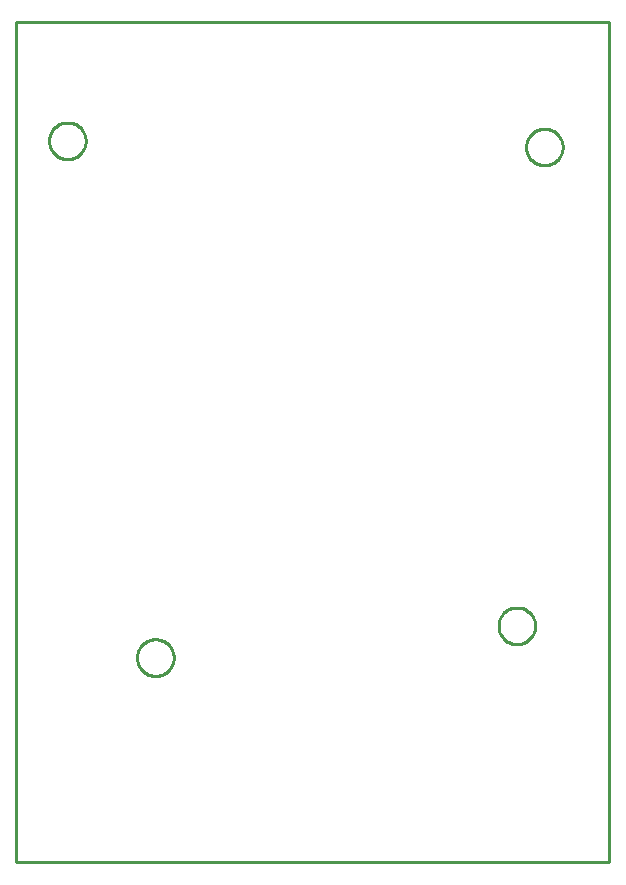
<source format=gbr>
G04 EAGLE Gerber RS-274X export*
G75*
%MOMM*%
%FSLAX34Y34*%
%LPD*%
%IN*%
%IPPOS*%
%AMOC8*
5,1,8,0,0,1.08239X$1,22.5*%
G01*
%ADD10C,0.254000*%


D10*
X387000Y0D02*
X889000Y0D01*
X889000Y711200D01*
X387000Y711200D01*
X387000Y0D01*
X826189Y199729D02*
X826110Y198625D01*
X825952Y197529D01*
X825717Y196447D01*
X825405Y195385D01*
X825018Y194347D01*
X824558Y193340D01*
X824028Y192368D01*
X823429Y191437D01*
X822766Y190551D01*
X822041Y189714D01*
X821258Y188931D01*
X820421Y188206D01*
X819535Y187542D01*
X818603Y186944D01*
X817632Y186413D01*
X816624Y185953D01*
X815587Y185566D01*
X814525Y185254D01*
X813443Y185019D01*
X812347Y184862D01*
X811243Y184783D01*
X810135Y184783D01*
X809031Y184862D01*
X807935Y185019D01*
X806853Y185254D01*
X805791Y185566D01*
X804754Y185953D01*
X803747Y186413D01*
X802775Y186944D01*
X801843Y187542D01*
X800957Y188206D01*
X800120Y188931D01*
X799337Y189714D01*
X798612Y190551D01*
X797949Y191437D01*
X797350Y192368D01*
X796820Y193340D01*
X796360Y194347D01*
X795973Y195385D01*
X795661Y196447D01*
X795426Y197529D01*
X795268Y198625D01*
X795189Y199729D01*
X795189Y200836D01*
X795268Y201940D01*
X795426Y203036D01*
X795661Y204118D01*
X795973Y205181D01*
X796360Y206218D01*
X796820Y207225D01*
X797350Y208197D01*
X797949Y209128D01*
X798612Y210015D01*
X799337Y210851D01*
X800120Y211634D01*
X800957Y212359D01*
X801843Y213023D01*
X802775Y213621D01*
X803747Y214152D01*
X804754Y214612D01*
X805791Y214999D01*
X806853Y215311D01*
X807935Y215546D01*
X809031Y215704D01*
X810135Y215783D01*
X811243Y215783D01*
X812347Y215704D01*
X813443Y215546D01*
X814525Y215311D01*
X815587Y214999D01*
X816624Y214612D01*
X817632Y214152D01*
X818603Y213621D01*
X819535Y213023D01*
X820421Y212359D01*
X821258Y211634D01*
X822041Y210851D01*
X822766Y210015D01*
X823429Y209128D01*
X824028Y208197D01*
X824558Y207225D01*
X825018Y206218D01*
X825405Y205181D01*
X825717Y204118D01*
X825952Y203036D01*
X826110Y201940D01*
X826189Y200836D01*
X826189Y199729D01*
X849485Y605110D02*
X849406Y604006D01*
X849248Y602910D01*
X849013Y601828D01*
X848701Y600766D01*
X848314Y599728D01*
X847854Y598721D01*
X847324Y597750D01*
X846725Y596818D01*
X846061Y595932D01*
X845336Y595095D01*
X844554Y594312D01*
X843717Y593587D01*
X842830Y592924D01*
X841899Y592325D01*
X840927Y591794D01*
X839920Y591335D01*
X838883Y590948D01*
X837821Y590636D01*
X836739Y590400D01*
X835643Y590243D01*
X834538Y590164D01*
X833431Y590164D01*
X832327Y590243D01*
X831231Y590400D01*
X830149Y590636D01*
X829087Y590948D01*
X828049Y591335D01*
X827042Y591794D01*
X826071Y592325D01*
X825139Y592924D01*
X824253Y593587D01*
X823416Y594312D01*
X822633Y595095D01*
X821908Y595932D01*
X821245Y596818D01*
X820646Y597750D01*
X820115Y598721D01*
X819656Y599728D01*
X819269Y600766D01*
X818957Y601828D01*
X818721Y602910D01*
X818564Y604006D01*
X818485Y605110D01*
X818485Y606217D01*
X818564Y607322D01*
X818721Y608418D01*
X818957Y609500D01*
X819269Y610562D01*
X819656Y611599D01*
X820115Y612606D01*
X820646Y613578D01*
X821245Y614509D01*
X821908Y615396D01*
X822633Y616233D01*
X823416Y617015D01*
X824253Y617740D01*
X825139Y618404D01*
X826071Y619003D01*
X827042Y619533D01*
X828049Y619993D01*
X829087Y620380D01*
X830149Y620692D01*
X831231Y620927D01*
X832327Y621085D01*
X833431Y621164D01*
X834538Y621164D01*
X835643Y621085D01*
X836739Y620927D01*
X837821Y620692D01*
X838883Y620380D01*
X839920Y619993D01*
X840927Y619533D01*
X841899Y619003D01*
X842830Y618404D01*
X843717Y617740D01*
X844554Y617015D01*
X845336Y616233D01*
X846061Y615396D01*
X846725Y614509D01*
X847324Y613578D01*
X847854Y612606D01*
X848314Y611599D01*
X848701Y610562D01*
X849013Y609500D01*
X849248Y608418D01*
X849406Y607322D01*
X849485Y606217D01*
X849485Y605110D01*
X445639Y610351D02*
X445560Y609247D01*
X445402Y608151D01*
X445167Y607069D01*
X444855Y606007D01*
X444468Y604970D01*
X444008Y603963D01*
X443477Y602991D01*
X442879Y602059D01*
X442215Y601173D01*
X441490Y600336D01*
X440707Y599553D01*
X439871Y598828D01*
X438984Y598165D01*
X438053Y597566D01*
X437081Y597036D01*
X436074Y596576D01*
X435037Y596189D01*
X433974Y595877D01*
X432892Y595642D01*
X431796Y595484D01*
X430692Y595405D01*
X429585Y595405D01*
X428481Y595484D01*
X427385Y595642D01*
X426303Y595877D01*
X425241Y596189D01*
X424203Y596576D01*
X423196Y597036D01*
X422224Y597566D01*
X421293Y598165D01*
X420407Y598828D01*
X419570Y599553D01*
X418787Y600336D01*
X418062Y601173D01*
X417398Y602059D01*
X416800Y602991D01*
X416269Y603963D01*
X415809Y604970D01*
X415422Y606007D01*
X415110Y607069D01*
X414875Y608151D01*
X414718Y609247D01*
X414639Y610351D01*
X414639Y611459D01*
X414718Y612563D01*
X414875Y613659D01*
X415110Y614741D01*
X415422Y615803D01*
X415809Y616840D01*
X416269Y617848D01*
X416800Y618819D01*
X417398Y619751D01*
X418062Y620637D01*
X418787Y621474D01*
X419570Y622257D01*
X420407Y622982D01*
X421293Y623645D01*
X422224Y624244D01*
X423196Y624774D01*
X424203Y625234D01*
X425241Y625621D01*
X426303Y625933D01*
X427385Y626169D01*
X428481Y626326D01*
X429585Y626405D01*
X430692Y626405D01*
X431796Y626326D01*
X432892Y626169D01*
X433974Y625933D01*
X435037Y625621D01*
X436074Y625234D01*
X437081Y624774D01*
X438053Y624244D01*
X438984Y623645D01*
X439871Y622982D01*
X440707Y622257D01*
X441490Y621474D01*
X442215Y620637D01*
X442879Y619751D01*
X443477Y618819D01*
X444008Y617848D01*
X444468Y616840D01*
X444855Y615803D01*
X445167Y614741D01*
X445402Y613659D01*
X445560Y612563D01*
X445639Y611459D01*
X445639Y610351D01*
X520181Y172792D02*
X520102Y171688D01*
X519944Y170592D01*
X519709Y169510D01*
X519397Y168448D01*
X519010Y167411D01*
X518550Y166403D01*
X518020Y165432D01*
X517421Y164500D01*
X516757Y163614D01*
X516032Y162777D01*
X515250Y161994D01*
X514413Y161269D01*
X513526Y160606D01*
X512595Y160007D01*
X511623Y159477D01*
X510616Y159017D01*
X509579Y158630D01*
X508517Y158318D01*
X507435Y158083D01*
X506339Y157925D01*
X505234Y157846D01*
X504127Y157846D01*
X503023Y157925D01*
X501927Y158083D01*
X500845Y158318D01*
X499783Y158630D01*
X498745Y159017D01*
X497738Y159477D01*
X496767Y160007D01*
X495835Y160606D01*
X494949Y161269D01*
X494112Y161994D01*
X493329Y162777D01*
X492604Y163614D01*
X491941Y164500D01*
X491342Y165432D01*
X490811Y166403D01*
X490352Y167411D01*
X489965Y168448D01*
X489653Y169510D01*
X489417Y170592D01*
X489260Y171688D01*
X489181Y172792D01*
X489181Y173900D01*
X489260Y175004D01*
X489417Y176100D01*
X489653Y177182D01*
X489965Y178244D01*
X490352Y179281D01*
X490811Y180288D01*
X491342Y181260D01*
X491941Y182192D01*
X492604Y183078D01*
X493329Y183915D01*
X494112Y184698D01*
X494949Y185423D01*
X495835Y186086D01*
X496767Y186685D01*
X497738Y187215D01*
X498745Y187675D01*
X499783Y188062D01*
X500845Y188374D01*
X501927Y188609D01*
X503023Y188767D01*
X504127Y188846D01*
X505234Y188846D01*
X506339Y188767D01*
X507435Y188609D01*
X508517Y188374D01*
X509579Y188062D01*
X510616Y187675D01*
X511623Y187215D01*
X512595Y186685D01*
X513526Y186086D01*
X514413Y185423D01*
X515250Y184698D01*
X516032Y183915D01*
X516757Y183078D01*
X517421Y182192D01*
X518020Y181260D01*
X518550Y180288D01*
X519010Y179281D01*
X519397Y178244D01*
X519709Y177182D01*
X519944Y176100D01*
X520102Y175004D01*
X520181Y173900D01*
X520181Y172792D01*
M02*

</source>
